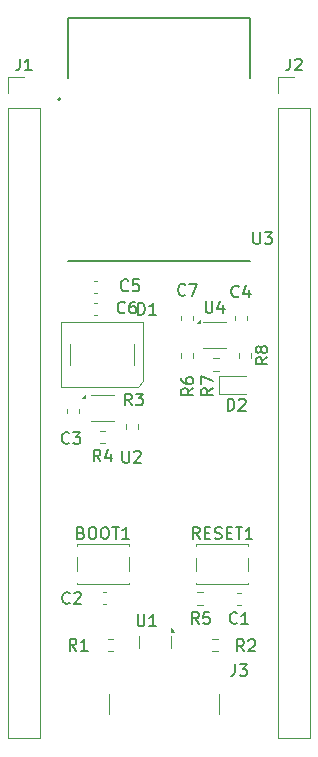
<source format=gbr>
%TF.GenerationSoftware,KiCad,Pcbnew,8.0.6*%
%TF.CreationDate,2025-02-05T21:25:15+00:00*%
%TF.ProjectId,custom-esp32,63757374-6f6d-42d6-9573-7033322e6b69,0.1*%
%TF.SameCoordinates,Original*%
%TF.FileFunction,Legend,Top*%
%TF.FilePolarity,Positive*%
%FSLAX46Y46*%
G04 Gerber Fmt 4.6, Leading zero omitted, Abs format (unit mm)*
G04 Created by KiCad (PCBNEW 8.0.6) date 2025-02-05 21:25:15*
%MOMM*%
%LPD*%
G01*
G04 APERTURE LIST*
%ADD10C,0.150000*%
%ADD11C,0.120000*%
%ADD12C,0.127000*%
%ADD13C,0.200000*%
G04 APERTURE END LIST*
D10*
X99589133Y-52069380D02*
X99541514Y-52117000D01*
X99541514Y-52117000D02*
X99398657Y-52164619D01*
X99398657Y-52164619D02*
X99303419Y-52164619D01*
X99303419Y-52164619D02*
X99160562Y-52117000D01*
X99160562Y-52117000D02*
X99065324Y-52021761D01*
X99065324Y-52021761D02*
X99017705Y-51926523D01*
X99017705Y-51926523D02*
X98970086Y-51736047D01*
X98970086Y-51736047D02*
X98970086Y-51593190D01*
X98970086Y-51593190D02*
X99017705Y-51402714D01*
X99017705Y-51402714D02*
X99065324Y-51307476D01*
X99065324Y-51307476D02*
X99160562Y-51212238D01*
X99160562Y-51212238D02*
X99303419Y-51164619D01*
X99303419Y-51164619D02*
X99398657Y-51164619D01*
X99398657Y-51164619D02*
X99541514Y-51212238D01*
X99541514Y-51212238D02*
X99589133Y-51259857D01*
X100493895Y-51164619D02*
X100017705Y-51164619D01*
X100017705Y-51164619D02*
X99970086Y-51640809D01*
X99970086Y-51640809D02*
X100017705Y-51593190D01*
X100017705Y-51593190D02*
X100112943Y-51545571D01*
X100112943Y-51545571D02*
X100351038Y-51545571D01*
X100351038Y-51545571D02*
X100446276Y-51593190D01*
X100446276Y-51593190D02*
X100493895Y-51640809D01*
X100493895Y-51640809D02*
X100541514Y-51736047D01*
X100541514Y-51736047D02*
X100541514Y-51974142D01*
X100541514Y-51974142D02*
X100493895Y-52069380D01*
X100493895Y-52069380D02*
X100446276Y-52117000D01*
X100446276Y-52117000D02*
X100351038Y-52164619D01*
X100351038Y-52164619D02*
X100112943Y-52164619D01*
X100112943Y-52164619D02*
X100017705Y-52117000D01*
X100017705Y-52117000D02*
X99970086Y-52069380D01*
X111390319Y-57765266D02*
X110914128Y-58098599D01*
X111390319Y-58336694D02*
X110390319Y-58336694D01*
X110390319Y-58336694D02*
X110390319Y-57955742D01*
X110390319Y-57955742D02*
X110437938Y-57860504D01*
X110437938Y-57860504D02*
X110485557Y-57812885D01*
X110485557Y-57812885D02*
X110580795Y-57765266D01*
X110580795Y-57765266D02*
X110723652Y-57765266D01*
X110723652Y-57765266D02*
X110818890Y-57812885D01*
X110818890Y-57812885D02*
X110866509Y-57860504D01*
X110866509Y-57860504D02*
X110914128Y-57955742D01*
X110914128Y-57955742D02*
X110914128Y-58336694D01*
X110818890Y-57193837D02*
X110771271Y-57289075D01*
X110771271Y-57289075D02*
X110723652Y-57336694D01*
X110723652Y-57336694D02*
X110628414Y-57384313D01*
X110628414Y-57384313D02*
X110580795Y-57384313D01*
X110580795Y-57384313D02*
X110485557Y-57336694D01*
X110485557Y-57336694D02*
X110437938Y-57289075D01*
X110437938Y-57289075D02*
X110390319Y-57193837D01*
X110390319Y-57193837D02*
X110390319Y-57003361D01*
X110390319Y-57003361D02*
X110437938Y-56908123D01*
X110437938Y-56908123D02*
X110485557Y-56860504D01*
X110485557Y-56860504D02*
X110580795Y-56812885D01*
X110580795Y-56812885D02*
X110628414Y-56812885D01*
X110628414Y-56812885D02*
X110723652Y-56860504D01*
X110723652Y-56860504D02*
X110771271Y-56908123D01*
X110771271Y-56908123D02*
X110818890Y-57003361D01*
X110818890Y-57003361D02*
X110818890Y-57193837D01*
X110818890Y-57193837D02*
X110866509Y-57289075D01*
X110866509Y-57289075D02*
X110914128Y-57336694D01*
X110914128Y-57336694D02*
X111009366Y-57384313D01*
X111009366Y-57384313D02*
X111199842Y-57384313D01*
X111199842Y-57384313D02*
X111295080Y-57336694D01*
X111295080Y-57336694D02*
X111342700Y-57289075D01*
X111342700Y-57289075D02*
X111390319Y-57193837D01*
X111390319Y-57193837D02*
X111390319Y-57003361D01*
X111390319Y-57003361D02*
X111342700Y-56908123D01*
X111342700Y-56908123D02*
X111295080Y-56860504D01*
X111295080Y-56860504D02*
X111199842Y-56812885D01*
X111199842Y-56812885D02*
X111009366Y-56812885D01*
X111009366Y-56812885D02*
X110914128Y-56860504D01*
X110914128Y-56860504D02*
X110866509Y-56908123D01*
X110866509Y-56908123D02*
X110818890Y-57003361D01*
X99110695Y-65675619D02*
X99110695Y-66485142D01*
X99110695Y-66485142D02*
X99158314Y-66580380D01*
X99158314Y-66580380D02*
X99205933Y-66628000D01*
X99205933Y-66628000D02*
X99301171Y-66675619D01*
X99301171Y-66675619D02*
X99491647Y-66675619D01*
X99491647Y-66675619D02*
X99586885Y-66628000D01*
X99586885Y-66628000D02*
X99634504Y-66580380D01*
X99634504Y-66580380D02*
X99682123Y-66485142D01*
X99682123Y-66485142D02*
X99682123Y-65675619D01*
X100110695Y-65770857D02*
X100158314Y-65723238D01*
X100158314Y-65723238D02*
X100253552Y-65675619D01*
X100253552Y-65675619D02*
X100491647Y-65675619D01*
X100491647Y-65675619D02*
X100586885Y-65723238D01*
X100586885Y-65723238D02*
X100634504Y-65770857D01*
X100634504Y-65770857D02*
X100682123Y-65866095D01*
X100682123Y-65866095D02*
X100682123Y-65961333D01*
X100682123Y-65961333D02*
X100634504Y-66104190D01*
X100634504Y-66104190D02*
X100063076Y-66675619D01*
X100063076Y-66675619D02*
X100682123Y-66675619D01*
X90441666Y-32465619D02*
X90441666Y-33179904D01*
X90441666Y-33179904D02*
X90394047Y-33322761D01*
X90394047Y-33322761D02*
X90298809Y-33418000D01*
X90298809Y-33418000D02*
X90155952Y-33465619D01*
X90155952Y-33465619D02*
X90060714Y-33465619D01*
X91441666Y-33465619D02*
X90870238Y-33465619D01*
X91155952Y-33465619D02*
X91155952Y-32465619D01*
X91155952Y-32465619D02*
X91060714Y-32608476D01*
X91060714Y-32608476D02*
X90965476Y-32703714D01*
X90965476Y-32703714D02*
X90870238Y-32751333D01*
X108799333Y-80242180D02*
X108751714Y-80289800D01*
X108751714Y-80289800D02*
X108608857Y-80337419D01*
X108608857Y-80337419D02*
X108513619Y-80337419D01*
X108513619Y-80337419D02*
X108370762Y-80289800D01*
X108370762Y-80289800D02*
X108275524Y-80194561D01*
X108275524Y-80194561D02*
X108227905Y-80099323D01*
X108227905Y-80099323D02*
X108180286Y-79908847D01*
X108180286Y-79908847D02*
X108180286Y-79765990D01*
X108180286Y-79765990D02*
X108227905Y-79575514D01*
X108227905Y-79575514D02*
X108275524Y-79480276D01*
X108275524Y-79480276D02*
X108370762Y-79385038D01*
X108370762Y-79385038D02*
X108513619Y-79337419D01*
X108513619Y-79337419D02*
X108608857Y-79337419D01*
X108608857Y-79337419D02*
X108751714Y-79385038D01*
X108751714Y-79385038D02*
X108799333Y-79432657D01*
X109751714Y-80337419D02*
X109180286Y-80337419D01*
X109466000Y-80337419D02*
X109466000Y-79337419D01*
X109466000Y-79337419D02*
X109370762Y-79480276D01*
X109370762Y-79480276D02*
X109275524Y-79575514D01*
X109275524Y-79575514D02*
X109180286Y-79623133D01*
X110195295Y-47151419D02*
X110195295Y-47960942D01*
X110195295Y-47960942D02*
X110242914Y-48056180D01*
X110242914Y-48056180D02*
X110290533Y-48103800D01*
X110290533Y-48103800D02*
X110385771Y-48151419D01*
X110385771Y-48151419D02*
X110576247Y-48151419D01*
X110576247Y-48151419D02*
X110671485Y-48103800D01*
X110671485Y-48103800D02*
X110719104Y-48056180D01*
X110719104Y-48056180D02*
X110766723Y-47960942D01*
X110766723Y-47960942D02*
X110766723Y-47151419D01*
X111147676Y-47151419D02*
X111766723Y-47151419D01*
X111766723Y-47151419D02*
X111433390Y-47532371D01*
X111433390Y-47532371D02*
X111576247Y-47532371D01*
X111576247Y-47532371D02*
X111671485Y-47579990D01*
X111671485Y-47579990D02*
X111719104Y-47627609D01*
X111719104Y-47627609D02*
X111766723Y-47722847D01*
X111766723Y-47722847D02*
X111766723Y-47960942D01*
X111766723Y-47960942D02*
X111719104Y-48056180D01*
X111719104Y-48056180D02*
X111671485Y-48103800D01*
X111671485Y-48103800D02*
X111576247Y-48151419D01*
X111576247Y-48151419D02*
X111290533Y-48151419D01*
X111290533Y-48151419D02*
X111195295Y-48103800D01*
X111195295Y-48103800D02*
X111147676Y-48056180D01*
X94600533Y-64990380D02*
X94552914Y-65038000D01*
X94552914Y-65038000D02*
X94410057Y-65085619D01*
X94410057Y-65085619D02*
X94314819Y-65085619D01*
X94314819Y-65085619D02*
X94171962Y-65038000D01*
X94171962Y-65038000D02*
X94076724Y-64942761D01*
X94076724Y-64942761D02*
X94029105Y-64847523D01*
X94029105Y-64847523D02*
X93981486Y-64657047D01*
X93981486Y-64657047D02*
X93981486Y-64514190D01*
X93981486Y-64514190D02*
X94029105Y-64323714D01*
X94029105Y-64323714D02*
X94076724Y-64228476D01*
X94076724Y-64228476D02*
X94171962Y-64133238D01*
X94171962Y-64133238D02*
X94314819Y-64085619D01*
X94314819Y-64085619D02*
X94410057Y-64085619D01*
X94410057Y-64085619D02*
X94552914Y-64133238D01*
X94552914Y-64133238D02*
X94600533Y-64180857D01*
X94933867Y-64085619D02*
X95552914Y-64085619D01*
X95552914Y-64085619D02*
X95219581Y-64466571D01*
X95219581Y-64466571D02*
X95362438Y-64466571D01*
X95362438Y-64466571D02*
X95457676Y-64514190D01*
X95457676Y-64514190D02*
X95505295Y-64561809D01*
X95505295Y-64561809D02*
X95552914Y-64657047D01*
X95552914Y-64657047D02*
X95552914Y-64895142D01*
X95552914Y-64895142D02*
X95505295Y-64990380D01*
X95505295Y-64990380D02*
X95457676Y-65038000D01*
X95457676Y-65038000D02*
X95362438Y-65085619D01*
X95362438Y-65085619D02*
X95076724Y-65085619D01*
X95076724Y-65085619D02*
X94981486Y-65038000D01*
X94981486Y-65038000D02*
X94933867Y-64990380D01*
X100440105Y-54145819D02*
X100440105Y-53145819D01*
X100440105Y-53145819D02*
X100678200Y-53145819D01*
X100678200Y-53145819D02*
X100821057Y-53193438D01*
X100821057Y-53193438D02*
X100916295Y-53288676D01*
X100916295Y-53288676D02*
X100963914Y-53383914D01*
X100963914Y-53383914D02*
X101011533Y-53574390D01*
X101011533Y-53574390D02*
X101011533Y-53717247D01*
X101011533Y-53717247D02*
X100963914Y-53907723D01*
X100963914Y-53907723D02*
X100916295Y-54002961D01*
X100916295Y-54002961D02*
X100821057Y-54098200D01*
X100821057Y-54098200D02*
X100678200Y-54145819D01*
X100678200Y-54145819D02*
X100440105Y-54145819D01*
X101963914Y-54145819D02*
X101392486Y-54145819D01*
X101678200Y-54145819D02*
X101678200Y-53145819D01*
X101678200Y-53145819D02*
X101582962Y-53288676D01*
X101582962Y-53288676D02*
X101487724Y-53383914D01*
X101487724Y-53383914D02*
X101392486Y-53431533D01*
X113301666Y-32465619D02*
X113301666Y-33179904D01*
X113301666Y-33179904D02*
X113254047Y-33322761D01*
X113254047Y-33322761D02*
X113158809Y-33418000D01*
X113158809Y-33418000D02*
X113015952Y-33465619D01*
X113015952Y-33465619D02*
X112920714Y-33465619D01*
X113730238Y-32560857D02*
X113777857Y-32513238D01*
X113777857Y-32513238D02*
X113873095Y-32465619D01*
X113873095Y-32465619D02*
X114111190Y-32465619D01*
X114111190Y-32465619D02*
X114206428Y-32513238D01*
X114206428Y-32513238D02*
X114254047Y-32560857D01*
X114254047Y-32560857D02*
X114301666Y-32656095D01*
X114301666Y-32656095D02*
X114301666Y-32751333D01*
X114301666Y-32751333D02*
X114254047Y-32894190D01*
X114254047Y-32894190D02*
X113682619Y-33465619D01*
X113682619Y-33465619D02*
X114301666Y-33465619D01*
X106152795Y-53010419D02*
X106152795Y-53819942D01*
X106152795Y-53819942D02*
X106200414Y-53915180D01*
X106200414Y-53915180D02*
X106248033Y-53962800D01*
X106248033Y-53962800D02*
X106343271Y-54010419D01*
X106343271Y-54010419D02*
X106533747Y-54010419D01*
X106533747Y-54010419D02*
X106628985Y-53962800D01*
X106628985Y-53962800D02*
X106676604Y-53915180D01*
X106676604Y-53915180D02*
X106724223Y-53819942D01*
X106724223Y-53819942D02*
X106724223Y-53010419D01*
X107628985Y-53343752D02*
X107628985Y-54010419D01*
X107390890Y-52962800D02*
X107152795Y-53677085D01*
X107152795Y-53677085D02*
X107771842Y-53677085D01*
X94634633Y-78528380D02*
X94587014Y-78576000D01*
X94587014Y-78576000D02*
X94444157Y-78623619D01*
X94444157Y-78623619D02*
X94348919Y-78623619D01*
X94348919Y-78623619D02*
X94206062Y-78576000D01*
X94206062Y-78576000D02*
X94110824Y-78480761D01*
X94110824Y-78480761D02*
X94063205Y-78385523D01*
X94063205Y-78385523D02*
X94015586Y-78195047D01*
X94015586Y-78195047D02*
X94015586Y-78052190D01*
X94015586Y-78052190D02*
X94063205Y-77861714D01*
X94063205Y-77861714D02*
X94110824Y-77766476D01*
X94110824Y-77766476D02*
X94206062Y-77671238D01*
X94206062Y-77671238D02*
X94348919Y-77623619D01*
X94348919Y-77623619D02*
X94444157Y-77623619D01*
X94444157Y-77623619D02*
X94587014Y-77671238D01*
X94587014Y-77671238D02*
X94634633Y-77718857D01*
X95015586Y-77718857D02*
X95063205Y-77671238D01*
X95063205Y-77671238D02*
X95158443Y-77623619D01*
X95158443Y-77623619D02*
X95396538Y-77623619D01*
X95396538Y-77623619D02*
X95491776Y-77671238D01*
X95491776Y-77671238D02*
X95539395Y-77718857D01*
X95539395Y-77718857D02*
X95587014Y-77814095D01*
X95587014Y-77814095D02*
X95587014Y-77909333D01*
X95587014Y-77909333D02*
X95539395Y-78052190D01*
X95539395Y-78052190D02*
X94967967Y-78623619D01*
X94967967Y-78623619D02*
X95587014Y-78623619D01*
X108956333Y-52594380D02*
X108908714Y-52642000D01*
X108908714Y-52642000D02*
X108765857Y-52689619D01*
X108765857Y-52689619D02*
X108670619Y-52689619D01*
X108670619Y-52689619D02*
X108527762Y-52642000D01*
X108527762Y-52642000D02*
X108432524Y-52546761D01*
X108432524Y-52546761D02*
X108384905Y-52451523D01*
X108384905Y-52451523D02*
X108337286Y-52261047D01*
X108337286Y-52261047D02*
X108337286Y-52118190D01*
X108337286Y-52118190D02*
X108384905Y-51927714D01*
X108384905Y-51927714D02*
X108432524Y-51832476D01*
X108432524Y-51832476D02*
X108527762Y-51737238D01*
X108527762Y-51737238D02*
X108670619Y-51689619D01*
X108670619Y-51689619D02*
X108765857Y-51689619D01*
X108765857Y-51689619D02*
X108908714Y-51737238D01*
X108908714Y-51737238D02*
X108956333Y-51784857D01*
X109813476Y-52022952D02*
X109813476Y-52689619D01*
X109575381Y-51642000D02*
X109337286Y-52356285D01*
X109337286Y-52356285D02*
X109956333Y-52356285D01*
X99322733Y-53948980D02*
X99275114Y-53996600D01*
X99275114Y-53996600D02*
X99132257Y-54044219D01*
X99132257Y-54044219D02*
X99037019Y-54044219D01*
X99037019Y-54044219D02*
X98894162Y-53996600D01*
X98894162Y-53996600D02*
X98798924Y-53901361D01*
X98798924Y-53901361D02*
X98751305Y-53806123D01*
X98751305Y-53806123D02*
X98703686Y-53615647D01*
X98703686Y-53615647D02*
X98703686Y-53472790D01*
X98703686Y-53472790D02*
X98751305Y-53282314D01*
X98751305Y-53282314D02*
X98798924Y-53187076D01*
X98798924Y-53187076D02*
X98894162Y-53091838D01*
X98894162Y-53091838D02*
X99037019Y-53044219D01*
X99037019Y-53044219D02*
X99132257Y-53044219D01*
X99132257Y-53044219D02*
X99275114Y-53091838D01*
X99275114Y-53091838D02*
X99322733Y-53139457D01*
X100179876Y-53044219D02*
X99989400Y-53044219D01*
X99989400Y-53044219D02*
X99894162Y-53091838D01*
X99894162Y-53091838D02*
X99846543Y-53139457D01*
X99846543Y-53139457D02*
X99751305Y-53282314D01*
X99751305Y-53282314D02*
X99703686Y-53472790D01*
X99703686Y-53472790D02*
X99703686Y-53853742D01*
X99703686Y-53853742D02*
X99751305Y-53948980D01*
X99751305Y-53948980D02*
X99798924Y-53996600D01*
X99798924Y-53996600D02*
X99894162Y-54044219D01*
X99894162Y-54044219D02*
X100084638Y-54044219D01*
X100084638Y-54044219D02*
X100179876Y-53996600D01*
X100179876Y-53996600D02*
X100227495Y-53948980D01*
X100227495Y-53948980D02*
X100275114Y-53853742D01*
X100275114Y-53853742D02*
X100275114Y-53615647D01*
X100275114Y-53615647D02*
X100227495Y-53520409D01*
X100227495Y-53520409D02*
X100179876Y-53472790D01*
X100179876Y-53472790D02*
X100084638Y-53425171D01*
X100084638Y-53425171D02*
X99894162Y-53425171D01*
X99894162Y-53425171D02*
X99798924Y-53472790D01*
X99798924Y-53472790D02*
X99751305Y-53520409D01*
X99751305Y-53520409D02*
X99703686Y-53615647D01*
X95618866Y-72603809D02*
X95761723Y-72651428D01*
X95761723Y-72651428D02*
X95809342Y-72699047D01*
X95809342Y-72699047D02*
X95856961Y-72794285D01*
X95856961Y-72794285D02*
X95856961Y-72937142D01*
X95856961Y-72937142D02*
X95809342Y-73032380D01*
X95809342Y-73032380D02*
X95761723Y-73080000D01*
X95761723Y-73080000D02*
X95666485Y-73127619D01*
X95666485Y-73127619D02*
X95285533Y-73127619D01*
X95285533Y-73127619D02*
X95285533Y-72127619D01*
X95285533Y-72127619D02*
X95618866Y-72127619D01*
X95618866Y-72127619D02*
X95714104Y-72175238D01*
X95714104Y-72175238D02*
X95761723Y-72222857D01*
X95761723Y-72222857D02*
X95809342Y-72318095D01*
X95809342Y-72318095D02*
X95809342Y-72413333D01*
X95809342Y-72413333D02*
X95761723Y-72508571D01*
X95761723Y-72508571D02*
X95714104Y-72556190D01*
X95714104Y-72556190D02*
X95618866Y-72603809D01*
X95618866Y-72603809D02*
X95285533Y-72603809D01*
X96476009Y-72127619D02*
X96666485Y-72127619D01*
X96666485Y-72127619D02*
X96761723Y-72175238D01*
X96761723Y-72175238D02*
X96856961Y-72270476D01*
X96856961Y-72270476D02*
X96904580Y-72460952D01*
X96904580Y-72460952D02*
X96904580Y-72794285D01*
X96904580Y-72794285D02*
X96856961Y-72984761D01*
X96856961Y-72984761D02*
X96761723Y-73080000D01*
X96761723Y-73080000D02*
X96666485Y-73127619D01*
X96666485Y-73127619D02*
X96476009Y-73127619D01*
X96476009Y-73127619D02*
X96380771Y-73080000D01*
X96380771Y-73080000D02*
X96285533Y-72984761D01*
X96285533Y-72984761D02*
X96237914Y-72794285D01*
X96237914Y-72794285D02*
X96237914Y-72460952D01*
X96237914Y-72460952D02*
X96285533Y-72270476D01*
X96285533Y-72270476D02*
X96380771Y-72175238D01*
X96380771Y-72175238D02*
X96476009Y-72127619D01*
X97523628Y-72127619D02*
X97714104Y-72127619D01*
X97714104Y-72127619D02*
X97809342Y-72175238D01*
X97809342Y-72175238D02*
X97904580Y-72270476D01*
X97904580Y-72270476D02*
X97952199Y-72460952D01*
X97952199Y-72460952D02*
X97952199Y-72794285D01*
X97952199Y-72794285D02*
X97904580Y-72984761D01*
X97904580Y-72984761D02*
X97809342Y-73080000D01*
X97809342Y-73080000D02*
X97714104Y-73127619D01*
X97714104Y-73127619D02*
X97523628Y-73127619D01*
X97523628Y-73127619D02*
X97428390Y-73080000D01*
X97428390Y-73080000D02*
X97333152Y-72984761D01*
X97333152Y-72984761D02*
X97285533Y-72794285D01*
X97285533Y-72794285D02*
X97285533Y-72460952D01*
X97285533Y-72460952D02*
X97333152Y-72270476D01*
X97333152Y-72270476D02*
X97428390Y-72175238D01*
X97428390Y-72175238D02*
X97523628Y-72127619D01*
X98237914Y-72127619D02*
X98809342Y-72127619D01*
X98523628Y-73127619D02*
X98523628Y-72127619D01*
X99666485Y-73127619D02*
X99095057Y-73127619D01*
X99380771Y-73127619D02*
X99380771Y-72127619D01*
X99380771Y-72127619D02*
X99285533Y-72270476D01*
X99285533Y-72270476D02*
X99190295Y-72365714D01*
X99190295Y-72365714D02*
X99095057Y-72413333D01*
X100390895Y-79519619D02*
X100390895Y-80329142D01*
X100390895Y-80329142D02*
X100438514Y-80424380D01*
X100438514Y-80424380D02*
X100486133Y-80472000D01*
X100486133Y-80472000D02*
X100581371Y-80519619D01*
X100581371Y-80519619D02*
X100771847Y-80519619D01*
X100771847Y-80519619D02*
X100867085Y-80472000D01*
X100867085Y-80472000D02*
X100914704Y-80424380D01*
X100914704Y-80424380D02*
X100962323Y-80329142D01*
X100962323Y-80329142D02*
X100962323Y-79519619D01*
X101962323Y-80519619D02*
X101390895Y-80519619D01*
X101676609Y-80519619D02*
X101676609Y-79519619D01*
X101676609Y-79519619D02*
X101581371Y-79662476D01*
X101581371Y-79662476D02*
X101486133Y-79757714D01*
X101486133Y-79757714D02*
X101390895Y-79805333D01*
X105107419Y-60377066D02*
X104631228Y-60710399D01*
X105107419Y-60948494D02*
X104107419Y-60948494D01*
X104107419Y-60948494D02*
X104107419Y-60567542D01*
X104107419Y-60567542D02*
X104155038Y-60472304D01*
X104155038Y-60472304D02*
X104202657Y-60424685D01*
X104202657Y-60424685D02*
X104297895Y-60377066D01*
X104297895Y-60377066D02*
X104440752Y-60377066D01*
X104440752Y-60377066D02*
X104535990Y-60424685D01*
X104535990Y-60424685D02*
X104583609Y-60472304D01*
X104583609Y-60472304D02*
X104631228Y-60567542D01*
X104631228Y-60567542D02*
X104631228Y-60948494D01*
X104107419Y-59519923D02*
X104107419Y-59710399D01*
X104107419Y-59710399D02*
X104155038Y-59805637D01*
X104155038Y-59805637D02*
X104202657Y-59853256D01*
X104202657Y-59853256D02*
X104345514Y-59948494D01*
X104345514Y-59948494D02*
X104535990Y-59996113D01*
X104535990Y-59996113D02*
X104916942Y-59996113D01*
X104916942Y-59996113D02*
X105012180Y-59948494D01*
X105012180Y-59948494D02*
X105059800Y-59900875D01*
X105059800Y-59900875D02*
X105107419Y-59805637D01*
X105107419Y-59805637D02*
X105107419Y-59615161D01*
X105107419Y-59615161D02*
X105059800Y-59519923D01*
X105059800Y-59519923D02*
X105012180Y-59472304D01*
X105012180Y-59472304D02*
X104916942Y-59424685D01*
X104916942Y-59424685D02*
X104678847Y-59424685D01*
X104678847Y-59424685D02*
X104583609Y-59472304D01*
X104583609Y-59472304D02*
X104535990Y-59519923D01*
X104535990Y-59519923D02*
X104488371Y-59615161D01*
X104488371Y-59615161D02*
X104488371Y-59805637D01*
X104488371Y-59805637D02*
X104535990Y-59900875D01*
X104535990Y-59900875D02*
X104583609Y-59948494D01*
X104583609Y-59948494D02*
X104678847Y-59996113D01*
X109393533Y-82644619D02*
X109060200Y-82168428D01*
X108822105Y-82644619D02*
X108822105Y-81644619D01*
X108822105Y-81644619D02*
X109203057Y-81644619D01*
X109203057Y-81644619D02*
X109298295Y-81692238D01*
X109298295Y-81692238D02*
X109345914Y-81739857D01*
X109345914Y-81739857D02*
X109393533Y-81835095D01*
X109393533Y-81835095D02*
X109393533Y-81977952D01*
X109393533Y-81977952D02*
X109345914Y-82073190D01*
X109345914Y-82073190D02*
X109298295Y-82120809D01*
X109298295Y-82120809D02*
X109203057Y-82168428D01*
X109203057Y-82168428D02*
X108822105Y-82168428D01*
X109774486Y-81739857D02*
X109822105Y-81692238D01*
X109822105Y-81692238D02*
X109917343Y-81644619D01*
X109917343Y-81644619D02*
X110155438Y-81644619D01*
X110155438Y-81644619D02*
X110250676Y-81692238D01*
X110250676Y-81692238D02*
X110298295Y-81739857D01*
X110298295Y-81739857D02*
X110345914Y-81835095D01*
X110345914Y-81835095D02*
X110345914Y-81930333D01*
X110345914Y-81930333D02*
X110298295Y-82073190D01*
X110298295Y-82073190D02*
X109726867Y-82644619D01*
X109726867Y-82644619D02*
X110345914Y-82644619D01*
X99883733Y-61834419D02*
X99550400Y-61358228D01*
X99312305Y-61834419D02*
X99312305Y-60834419D01*
X99312305Y-60834419D02*
X99693257Y-60834419D01*
X99693257Y-60834419D02*
X99788495Y-60882038D01*
X99788495Y-60882038D02*
X99836114Y-60929657D01*
X99836114Y-60929657D02*
X99883733Y-61024895D01*
X99883733Y-61024895D02*
X99883733Y-61167752D01*
X99883733Y-61167752D02*
X99836114Y-61262990D01*
X99836114Y-61262990D02*
X99788495Y-61310609D01*
X99788495Y-61310609D02*
X99693257Y-61358228D01*
X99693257Y-61358228D02*
X99312305Y-61358228D01*
X100217067Y-60834419D02*
X100836114Y-60834419D01*
X100836114Y-60834419D02*
X100502781Y-61215371D01*
X100502781Y-61215371D02*
X100645638Y-61215371D01*
X100645638Y-61215371D02*
X100740876Y-61262990D01*
X100740876Y-61262990D02*
X100788495Y-61310609D01*
X100788495Y-61310609D02*
X100836114Y-61405847D01*
X100836114Y-61405847D02*
X100836114Y-61643942D01*
X100836114Y-61643942D02*
X100788495Y-61739180D01*
X100788495Y-61739180D02*
X100740876Y-61786800D01*
X100740876Y-61786800D02*
X100645638Y-61834419D01*
X100645638Y-61834419D02*
X100359924Y-61834419D01*
X100359924Y-61834419D02*
X100264686Y-61786800D01*
X100264686Y-61786800D02*
X100217067Y-61739180D01*
X97252333Y-66574019D02*
X96919000Y-66097828D01*
X96680905Y-66574019D02*
X96680905Y-65574019D01*
X96680905Y-65574019D02*
X97061857Y-65574019D01*
X97061857Y-65574019D02*
X97157095Y-65621638D01*
X97157095Y-65621638D02*
X97204714Y-65669257D01*
X97204714Y-65669257D02*
X97252333Y-65764495D01*
X97252333Y-65764495D02*
X97252333Y-65907352D01*
X97252333Y-65907352D02*
X97204714Y-66002590D01*
X97204714Y-66002590D02*
X97157095Y-66050209D01*
X97157095Y-66050209D02*
X97061857Y-66097828D01*
X97061857Y-66097828D02*
X96680905Y-66097828D01*
X98109476Y-65907352D02*
X98109476Y-66574019D01*
X97871381Y-65526400D02*
X97633286Y-66240685D01*
X97633286Y-66240685D02*
X98252333Y-66240685D01*
X104435133Y-52441980D02*
X104387514Y-52489600D01*
X104387514Y-52489600D02*
X104244657Y-52537219D01*
X104244657Y-52537219D02*
X104149419Y-52537219D01*
X104149419Y-52537219D02*
X104006562Y-52489600D01*
X104006562Y-52489600D02*
X103911324Y-52394361D01*
X103911324Y-52394361D02*
X103863705Y-52299123D01*
X103863705Y-52299123D02*
X103816086Y-52108647D01*
X103816086Y-52108647D02*
X103816086Y-51965790D01*
X103816086Y-51965790D02*
X103863705Y-51775314D01*
X103863705Y-51775314D02*
X103911324Y-51680076D01*
X103911324Y-51680076D02*
X104006562Y-51584838D01*
X104006562Y-51584838D02*
X104149419Y-51537219D01*
X104149419Y-51537219D02*
X104244657Y-51537219D01*
X104244657Y-51537219D02*
X104387514Y-51584838D01*
X104387514Y-51584838D02*
X104435133Y-51632457D01*
X104768467Y-51537219D02*
X105435133Y-51537219D01*
X105435133Y-51537219D02*
X105006562Y-52537219D01*
X105573533Y-80337419D02*
X105240200Y-79861228D01*
X105002105Y-80337419D02*
X105002105Y-79337419D01*
X105002105Y-79337419D02*
X105383057Y-79337419D01*
X105383057Y-79337419D02*
X105478295Y-79385038D01*
X105478295Y-79385038D02*
X105525914Y-79432657D01*
X105525914Y-79432657D02*
X105573533Y-79527895D01*
X105573533Y-79527895D02*
X105573533Y-79670752D01*
X105573533Y-79670752D02*
X105525914Y-79765990D01*
X105525914Y-79765990D02*
X105478295Y-79813609D01*
X105478295Y-79813609D02*
X105383057Y-79861228D01*
X105383057Y-79861228D02*
X105002105Y-79861228D01*
X106478295Y-79337419D02*
X106002105Y-79337419D01*
X106002105Y-79337419D02*
X105954486Y-79813609D01*
X105954486Y-79813609D02*
X106002105Y-79765990D01*
X106002105Y-79765990D02*
X106097343Y-79718371D01*
X106097343Y-79718371D02*
X106335438Y-79718371D01*
X106335438Y-79718371D02*
X106430676Y-79765990D01*
X106430676Y-79765990D02*
X106478295Y-79813609D01*
X106478295Y-79813609D02*
X106525914Y-79908847D01*
X106525914Y-79908847D02*
X106525914Y-80146942D01*
X106525914Y-80146942D02*
X106478295Y-80242180D01*
X106478295Y-80242180D02*
X106430676Y-80289800D01*
X106430676Y-80289800D02*
X106335438Y-80337419D01*
X106335438Y-80337419D02*
X106097343Y-80337419D01*
X106097343Y-80337419D02*
X106002105Y-80289800D01*
X106002105Y-80289800D02*
X105954486Y-80242180D01*
X108005405Y-62269819D02*
X108005405Y-61269819D01*
X108005405Y-61269819D02*
X108243500Y-61269819D01*
X108243500Y-61269819D02*
X108386357Y-61317438D01*
X108386357Y-61317438D02*
X108481595Y-61412676D01*
X108481595Y-61412676D02*
X108529214Y-61507914D01*
X108529214Y-61507914D02*
X108576833Y-61698390D01*
X108576833Y-61698390D02*
X108576833Y-61841247D01*
X108576833Y-61841247D02*
X108529214Y-62031723D01*
X108529214Y-62031723D02*
X108481595Y-62126961D01*
X108481595Y-62126961D02*
X108386357Y-62222200D01*
X108386357Y-62222200D02*
X108243500Y-62269819D01*
X108243500Y-62269819D02*
X108005405Y-62269819D01*
X108957786Y-61365057D02*
X109005405Y-61317438D01*
X109005405Y-61317438D02*
X109100643Y-61269819D01*
X109100643Y-61269819D02*
X109338738Y-61269819D01*
X109338738Y-61269819D02*
X109433976Y-61317438D01*
X109433976Y-61317438D02*
X109481595Y-61365057D01*
X109481595Y-61365057D02*
X109529214Y-61460295D01*
X109529214Y-61460295D02*
X109529214Y-61555533D01*
X109529214Y-61555533D02*
X109481595Y-61698390D01*
X109481595Y-61698390D02*
X108910167Y-62269819D01*
X108910167Y-62269819D02*
X109529214Y-62269819D01*
X105640428Y-73140419D02*
X105307095Y-72664228D01*
X105069000Y-73140419D02*
X105069000Y-72140419D01*
X105069000Y-72140419D02*
X105449952Y-72140419D01*
X105449952Y-72140419D02*
X105545190Y-72188038D01*
X105545190Y-72188038D02*
X105592809Y-72235657D01*
X105592809Y-72235657D02*
X105640428Y-72330895D01*
X105640428Y-72330895D02*
X105640428Y-72473752D01*
X105640428Y-72473752D02*
X105592809Y-72568990D01*
X105592809Y-72568990D02*
X105545190Y-72616609D01*
X105545190Y-72616609D02*
X105449952Y-72664228D01*
X105449952Y-72664228D02*
X105069000Y-72664228D01*
X106069000Y-72616609D02*
X106402333Y-72616609D01*
X106545190Y-73140419D02*
X106069000Y-73140419D01*
X106069000Y-73140419D02*
X106069000Y-72140419D01*
X106069000Y-72140419D02*
X106545190Y-72140419D01*
X106926143Y-73092800D02*
X107069000Y-73140419D01*
X107069000Y-73140419D02*
X107307095Y-73140419D01*
X107307095Y-73140419D02*
X107402333Y-73092800D01*
X107402333Y-73092800D02*
X107449952Y-73045180D01*
X107449952Y-73045180D02*
X107497571Y-72949942D01*
X107497571Y-72949942D02*
X107497571Y-72854704D01*
X107497571Y-72854704D02*
X107449952Y-72759466D01*
X107449952Y-72759466D02*
X107402333Y-72711847D01*
X107402333Y-72711847D02*
X107307095Y-72664228D01*
X107307095Y-72664228D02*
X107116619Y-72616609D01*
X107116619Y-72616609D02*
X107021381Y-72568990D01*
X107021381Y-72568990D02*
X106973762Y-72521371D01*
X106973762Y-72521371D02*
X106926143Y-72426133D01*
X106926143Y-72426133D02*
X106926143Y-72330895D01*
X106926143Y-72330895D02*
X106973762Y-72235657D01*
X106973762Y-72235657D02*
X107021381Y-72188038D01*
X107021381Y-72188038D02*
X107116619Y-72140419D01*
X107116619Y-72140419D02*
X107354714Y-72140419D01*
X107354714Y-72140419D02*
X107497571Y-72188038D01*
X107926143Y-72616609D02*
X108259476Y-72616609D01*
X108402333Y-73140419D02*
X107926143Y-73140419D01*
X107926143Y-73140419D02*
X107926143Y-72140419D01*
X107926143Y-72140419D02*
X108402333Y-72140419D01*
X108688048Y-72140419D02*
X109259476Y-72140419D01*
X108973762Y-73140419D02*
X108973762Y-72140419D01*
X110116619Y-73140419D02*
X109545191Y-73140419D01*
X109830905Y-73140419D02*
X109830905Y-72140419D01*
X109830905Y-72140419D02*
X109735667Y-72283276D01*
X109735667Y-72283276D02*
X109640429Y-72378514D01*
X109640429Y-72378514D02*
X109545191Y-72426133D01*
X95207133Y-82593819D02*
X94873800Y-82117628D01*
X94635705Y-82593819D02*
X94635705Y-81593819D01*
X94635705Y-81593819D02*
X95016657Y-81593819D01*
X95016657Y-81593819D02*
X95111895Y-81641438D01*
X95111895Y-81641438D02*
X95159514Y-81689057D01*
X95159514Y-81689057D02*
X95207133Y-81784295D01*
X95207133Y-81784295D02*
X95207133Y-81927152D01*
X95207133Y-81927152D02*
X95159514Y-82022390D01*
X95159514Y-82022390D02*
X95111895Y-82070009D01*
X95111895Y-82070009D02*
X95016657Y-82117628D01*
X95016657Y-82117628D02*
X94635705Y-82117628D01*
X96159514Y-82593819D02*
X95588086Y-82593819D01*
X95873800Y-82593819D02*
X95873800Y-81593819D01*
X95873800Y-81593819D02*
X95778562Y-81736676D01*
X95778562Y-81736676D02*
X95683324Y-81831914D01*
X95683324Y-81831914D02*
X95588086Y-81879533D01*
X108642666Y-83727419D02*
X108642666Y-84441704D01*
X108642666Y-84441704D02*
X108595047Y-84584561D01*
X108595047Y-84584561D02*
X108499809Y-84679800D01*
X108499809Y-84679800D02*
X108356952Y-84727419D01*
X108356952Y-84727419D02*
X108261714Y-84727419D01*
X109023619Y-83727419D02*
X109642666Y-83727419D01*
X109642666Y-83727419D02*
X109309333Y-84108371D01*
X109309333Y-84108371D02*
X109452190Y-84108371D01*
X109452190Y-84108371D02*
X109547428Y-84155990D01*
X109547428Y-84155990D02*
X109595047Y-84203609D01*
X109595047Y-84203609D02*
X109642666Y-84298847D01*
X109642666Y-84298847D02*
X109642666Y-84536942D01*
X109642666Y-84536942D02*
X109595047Y-84632180D01*
X109595047Y-84632180D02*
X109547428Y-84679800D01*
X109547428Y-84679800D02*
X109452190Y-84727419D01*
X109452190Y-84727419D02*
X109166476Y-84727419D01*
X109166476Y-84727419D02*
X109071238Y-84679800D01*
X109071238Y-84679800D02*
X109023619Y-84632180D01*
X106783819Y-60377066D02*
X106307628Y-60710399D01*
X106783819Y-60948494D02*
X105783819Y-60948494D01*
X105783819Y-60948494D02*
X105783819Y-60567542D01*
X105783819Y-60567542D02*
X105831438Y-60472304D01*
X105831438Y-60472304D02*
X105879057Y-60424685D01*
X105879057Y-60424685D02*
X105974295Y-60377066D01*
X105974295Y-60377066D02*
X106117152Y-60377066D01*
X106117152Y-60377066D02*
X106212390Y-60424685D01*
X106212390Y-60424685D02*
X106260009Y-60472304D01*
X106260009Y-60472304D02*
X106307628Y-60567542D01*
X106307628Y-60567542D02*
X106307628Y-60948494D01*
X105783819Y-60043732D02*
X105783819Y-59377066D01*
X105783819Y-59377066D02*
X106783819Y-59805637D01*
D11*
%TO.C,C5*%
X96668820Y-51301400D02*
X96949980Y-51301400D01*
X96668820Y-52321400D02*
X96949980Y-52321400D01*
%TO.C,R8*%
X108983000Y-57361342D02*
X108983000Y-57835858D01*
X110028000Y-57361342D02*
X110028000Y-57835858D01*
%TO.C,U2*%
X96419000Y-63183000D02*
X98419000Y-63183000D01*
X98419000Y-60963000D02*
X96419000Y-60963000D01*
X95979000Y-61213000D02*
X95699000Y-61213000D01*
X95979000Y-60933000D01*
X95979000Y-61213000D01*
G36*
X95979000Y-61213000D02*
G01*
X95699000Y-61213000D01*
X95979000Y-60933000D01*
X95979000Y-61213000D01*
G37*
%TO.C,J1*%
X89445000Y-34010800D02*
X90775000Y-34010800D01*
X89445000Y-35340800D02*
X89445000Y-34010800D01*
X89445000Y-36610800D02*
X89445000Y-90010800D01*
X89445000Y-36610800D02*
X92105000Y-36610800D01*
X89445000Y-90010800D02*
X92105000Y-90010800D01*
X92105000Y-36610800D02*
X92105000Y-90010800D01*
%TO.C,C1*%
X108825420Y-77671200D02*
X109106580Y-77671200D01*
X108825420Y-78691200D02*
X109106580Y-78691200D01*
D12*
%TO.C,U3*%
X94506000Y-29069200D02*
X109906000Y-29069200D01*
X94506000Y-34119200D02*
X94506000Y-29069200D01*
X109906000Y-29069200D02*
X109906000Y-34119200D01*
X109906000Y-49569200D02*
X94506000Y-49569200D01*
D13*
X93856000Y-35894200D02*
G75*
G02*
X93656000Y-35894200I-100000J0D01*
G01*
X93656000Y-35894200D02*
G75*
G02*
X93856000Y-35894200I100000J0D01*
G01*
D11*
%TO.C,C3*%
X94384200Y-62153420D02*
X94384200Y-62434580D01*
X95404200Y-62153420D02*
X95404200Y-62434580D01*
%TO.C,D1*%
X93868200Y-54751000D02*
X93868200Y-60251000D01*
X93868200Y-54751000D02*
X100868200Y-54751000D01*
X93868200Y-60251000D02*
X100418200Y-60251000D01*
X94668200Y-58401000D02*
X94668200Y-56601000D01*
X100068200Y-58401000D02*
X100068200Y-56601000D01*
X100418200Y-60251000D02*
X100868200Y-59801000D01*
X100868200Y-59801000D02*
X100868200Y-54751000D01*
%TO.C,J2*%
X112305000Y-34010800D02*
X113635000Y-34010800D01*
X112305000Y-35340800D02*
X112305000Y-34010800D01*
X112305000Y-36610800D02*
X112305000Y-90010800D01*
X112305000Y-36610800D02*
X114965000Y-36610800D01*
X112305000Y-90010800D02*
X114965000Y-90010800D01*
X114965000Y-36610800D02*
X114965000Y-90010800D01*
%TO.C,U4*%
X105914700Y-54755000D02*
X107914700Y-54755000D01*
X105914700Y-56975000D02*
X107914700Y-56975000D01*
X105674700Y-54855000D02*
X105394700Y-54855000D01*
X105674700Y-54575000D01*
X105674700Y-54855000D01*
G36*
X105674700Y-54855000D02*
G01*
X105394700Y-54855000D01*
X105674700Y-54575000D01*
X105674700Y-54855000D01*
G37*
%TO.C,C2*%
X97441720Y-77658800D02*
X97722880Y-77658800D01*
X97441720Y-78678800D02*
X97722880Y-78678800D01*
%TO.C,C4*%
X108663800Y-54572780D02*
X108663800Y-54291620D01*
X109683800Y-54572780D02*
X109683800Y-54291620D01*
%TO.C,C6*%
X96668820Y-53181000D02*
X96949980Y-53181000D01*
X96668820Y-54201000D02*
X96949980Y-54201000D01*
%TO.C,BOOT1*%
X95252200Y-73572800D02*
X95252200Y-73692800D01*
X95252200Y-74702800D02*
X95252200Y-75842800D01*
X95252200Y-76852800D02*
X95252200Y-76972800D01*
X95252200Y-76972800D02*
X99652200Y-76972800D01*
X99652200Y-73572800D02*
X95252200Y-73572800D01*
X99652200Y-73692800D02*
X99652200Y-73572800D01*
X99652200Y-75842800D02*
X99652200Y-74702800D01*
X99652200Y-76972800D02*
X99652200Y-76852800D01*
%TO.C,U1*%
X100519850Y-82385000D02*
X100519850Y-81385000D01*
X103239850Y-82385000D02*
X103239850Y-81385000D01*
X103469850Y-80995000D02*
X103189850Y-80995000D01*
X103189850Y-80715000D01*
X103469850Y-80995000D01*
G36*
X103469850Y-80995000D02*
G01*
X103189850Y-80995000D01*
X103189850Y-80715000D01*
X103469850Y-80995000D01*
G37*
%TO.C,R6*%
X104055400Y-57848058D02*
X104055400Y-57373542D01*
X105100400Y-57848058D02*
X105100400Y-57373542D01*
%TO.C,R2*%
X106732142Y-81616500D02*
X107206658Y-81616500D01*
X106732142Y-82661500D02*
X107206658Y-82661500D01*
%TO.C,R3*%
X99400900Y-63389742D02*
X99400900Y-63864258D01*
X100445900Y-63389742D02*
X100445900Y-63864258D01*
%TO.C,R4*%
X97184742Y-63988900D02*
X97659258Y-63988900D01*
X97184742Y-65033900D02*
X97659258Y-65033900D01*
%TO.C,C7*%
X104091800Y-54572780D02*
X104091800Y-54291620D01*
X105111800Y-54572780D02*
X105111800Y-54291620D01*
%TO.C,R5*%
X105926658Y-77658700D02*
X105452142Y-77658700D01*
X105926658Y-78703700D02*
X105452142Y-78703700D01*
%TO.C,D2*%
X107284000Y-59352800D02*
X107284000Y-60822800D01*
X107284000Y-60822800D02*
X109569000Y-60822800D01*
X109569000Y-59352800D02*
X107284000Y-59352800D01*
%TO.C,RESET1*%
X105369000Y-73585600D02*
X105369000Y-73705600D01*
X105369000Y-74715600D02*
X105369000Y-75855600D01*
X105369000Y-76865600D02*
X105369000Y-76985600D01*
X105369000Y-76985600D02*
X109769000Y-76985600D01*
X109769000Y-73585600D02*
X105369000Y-73585600D01*
X109769000Y-73705600D02*
X109769000Y-73585600D01*
X109769000Y-75855600D02*
X109769000Y-74715600D01*
X109769000Y-76985600D02*
X109769000Y-76865600D01*
%TO.C,R1*%
X98342058Y-81616500D02*
X97867542Y-81616500D01*
X98342058Y-82661500D02*
X97867542Y-82661500D01*
%TO.C,J3*%
X97967850Y-87945600D02*
X97967850Y-86245600D01*
X107307850Y-87945600D02*
X107307850Y-86245600D01*
%TO.C,R7*%
X107292158Y-57838100D02*
X106817642Y-57838100D01*
X107292158Y-58883100D02*
X106817642Y-58883100D01*
%TD*%
M02*

</source>
